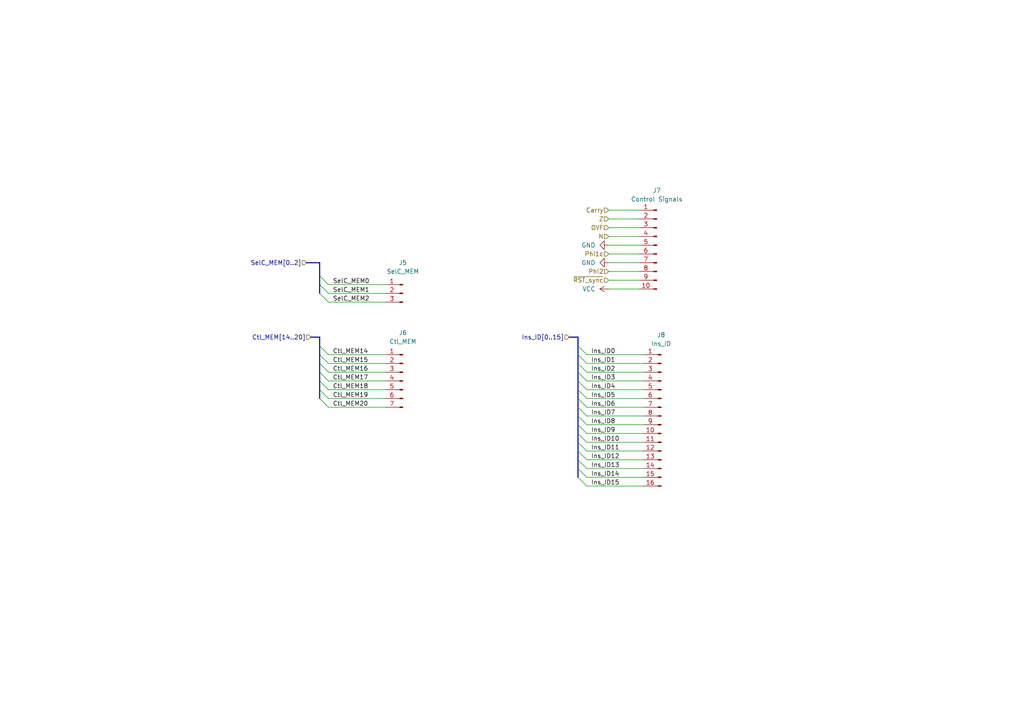
<source format=kicad_sch>
(kicad_sch (version 20230121) (generator eeschema)
  (paper "A4")
  (title_block (date "2023-04-07") (rev "A"))
  (lib_symbols
    (symbol "Connector:Conn_01x03_Pin" (pin_names (offset 1.016) hide)
      (property "Reference" "J" (at 0 5.08 0))
      (property "Value" "Conn_01x03_Pin" (at 0 -5.08 0))
      (symbol "Conn_01x03_Pin_1_1"
        (polyline (pts (xy 1.27 -2.54) (xy 0.8636 -2.54)) (stroke (width 0.1524)))
        (polyline (pts (xy 1.27 0) (xy 0.8636 0)) (stroke (width 0.1524)))
        (polyline (pts (xy 1.27 2.54) (xy 0.8636 2.54)) (stroke (width 0.1524)))
        (rectangle (start 0.8636 -2.413) (end 0 -2.667) (stroke (width 0.1524)) (fill (type outline)))
        (rectangle (start 0.8636 0.127) (end 0 -0.127) (stroke (width 0.1524)) (fill (type outline)))
        (rectangle (start 0.8636 2.667) (end 0 2.413) (stroke (width 0.1524)) (fill (type outline)))
        (pin passive line (at 5.08 2.54 180) (length 3.81) (name "Pin_1") (number "1"))
        (pin passive line (at 5.08 0 180) (length 3.81) (name "Pin_2") (number "2"))
        (pin passive line (at 5.08 -2.54 180) (length 3.81) (name "Pin_3") (number "3"))
      )
    )
    (symbol "Connector:Conn_01x07_Pin" (pin_names (offset 1.016) hide)
      (property "Reference" "J" (at 0 10.16 0))
      (property "Value" "Conn_01x07_Pin" (at 0 -10.16 0))
      (symbol "Conn_01x07_Pin_1_1"
        (polyline (pts (xy 1.27 -7.62) (xy 0.8636 -7.62)) (stroke (width 0.1524)))
        (polyline (pts (xy 1.27 -5.08) (xy 0.8636 -5.08)) (stroke (width 0.1524)))
        (polyline (pts (xy 1.27 -2.54) (xy 0.8636 -2.54)) (stroke (width 0.1524)))
        (polyline (pts (xy 1.27 0) (xy 0.8636 0)) (stroke (width 0.1524)))
        (polyline (pts (xy 1.27 2.54) (xy 0.8636 2.54)) (stroke (width 0.1524)))
        (polyline (pts (xy 1.27 5.08) (xy 0.8636 5.08)) (stroke (width 0.1524)))
        (polyline (pts (xy 1.27 7.62) (xy 0.8636 7.62)) (stroke (width 0.1524)))
        (rectangle (start 0.8636 -7.493) (end 0 -7.747) (stroke (width 0.1524)) (fill (type outline)))
        (rectangle (start 0.8636 -4.953) (end 0 -5.207) (stroke (width 0.1524)) (fill (type outline)))
        (rectangle (start 0.8636 -2.413) (end 0 -2.667) (stroke (width 0.1524)) (fill (type outline)))
        (rectangle (start 0.8636 0.127) (end 0 -0.127) (stroke (width 0.1524)) (fill (type outline)))
        (rectangle (start 0.8636 2.667) (end 0 2.413) (stroke (width 0.1524)) (fill (type outline)))
        (rectangle (start 0.8636 5.207) (end 0 4.953) (stroke (width 0.1524)) (fill (type outline)))
        (rectangle (start 0.8636 7.747) (end 0 7.493) (stroke (width 0.1524)) (fill (type outline)))
        (pin passive line (at 5.08 7.62 180) (length 3.81) (name "Pin_1") (number "1"))
        (pin passive line (at 5.08 5.08 180) (length 3.81) (name "Pin_2") (number "2"))
        (pin passive line (at 5.08 2.54 180) (length 3.81) (name "Pin_3") (number "3"))
        (pin passive line (at 5.08 0 180) (length 3.81) (name "Pin_4") (number "4"))
        (pin passive line (at 5.08 -2.54 180) (length 3.81) (name "Pin_5") (number "5"))
        (pin passive line (at 5.08 -5.08 180) (length 3.81) (name "Pin_6") (number "6"))
        (pin passive line (at 5.08 -7.62 180) (length 3.81) (name "Pin_7") (number "7"))
      )
    )
    (symbol "Connector:Conn_01x10_Pin" (pin_names (offset 1.016) hide)
      (property "Reference" "J" (at 0 12.7 0))
      (property "Value" "Conn_01x10_Pin" (at 0 -15.24 0))
      (symbol "Conn_01x10_Pin_1_1"
        (polyline (pts (xy 1.27 -12.7) (xy 0.8636 -12.7)) (stroke (width 0.1524)))
        (polyline (pts (xy 1.27 -10.16) (xy 0.8636 -10.16)) (stroke (width 0.1524)))
        (polyline (pts (xy 1.27 -7.62) (xy 0.8636 -7.62)) (stroke (width 0.1524)))
        (polyline (pts (xy 1.27 -5.08) (xy 0.8636 -5.08)) (stroke (width 0.1524)))
        (polyline (pts (xy 1.27 -2.54) (xy 0.8636 -2.54)) (stroke (width 0.1524)))
        (polyline (pts (xy 1.27 0) (xy 0.8636 0)) (stroke (width 0.1524)))
        (polyline (pts (xy 1.27 2.54) (xy 0.8636 2.54)) (stroke (width 0.1524)))
        (polyline (pts (xy 1.27 5.08) (xy 0.8636 5.08)) (stroke (width 0.1524)))
        (polyline (pts (xy 1.27 7.62) (xy 0.8636 7.62)) (stroke (width 0.1524)))
        (polyline (pts (xy 1.27 10.16) (xy 0.8636 10.16)) (stroke (width 0.1524)))
        (rectangle (start 0.8636 -12.573) (end 0 -12.827) (stroke (width 0.1524)) (fill (type outline)))
        (rectangle (start 0.8636 -10.033) (end 0 -10.287) (stroke (width 0.1524)) (fill (type outline)))
        (rectangle (start 0.8636 -7.493) (end 0 -7.747) (stroke (width 0.1524)) (fill (type outline)))
        (rectangle (start 0.8636 -4.953) (end 0 -5.207) (stroke (width 0.1524)) (fill (type outline)))
        (rectangle (start 0.8636 -2.413) (end 0 -2.667) (stroke (width 0.1524)) (fill (type outline)))
        (rectangle (start 0.8636 0.127) (end 0 -0.127) (stroke (width 0.1524)) (fill (type outline)))
        (rectangle (start 0.8636 2.667) (end 0 2.413) (stroke (width 0.1524)) (fill (type outline)))
        (rectangle (start 0.8636 5.207) (end 0 4.953) (stroke (width 0.1524)) (fill (type outline)))
        (rectangle (start 0.8636 7.747) (end 0 7.493) (stroke (width 0.1524)) (fill (type outline)))
        (rectangle (start 0.8636 10.287) (end 0 10.033) (stroke (width 0.1524)) (fill (type outline)))
        (pin passive line (at 5.08 10.16 180) (length 3.81) (name "Pin_1") (number "1"))
        (pin passive line (at 5.08 -12.7 180) (length 3.81) (name "Pin_10") (number "10"))
        (pin passive line (at 5.08 7.62 180) (length 3.81) (name "Pin_2") (number "2"))
        (pin passive line (at 5.08 5.08 180) (length 3.81) (name "Pin_3") (number "3"))
        (pin passive line (at 5.08 2.54 180) (length 3.81) (name "Pin_4") (number "4"))
        (pin passive line (at 5.08 0 180) (length 3.81) (name "Pin_5") (number "5"))
        (pin passive line (at 5.08 -2.54 180) (length 3.81) (name "Pin_6") (number "6"))
        (pin passive line (at 5.08 -5.08 180) (length 3.81) (name "Pin_7") (number "7"))
        (pin passive line (at 5.08 -7.62 180) (length 3.81) (name "Pin_8") (number "8"))
        (pin passive line (at 5.08 -10.16 180) (length 3.81) (name "Pin_9") (number "9"))
      )
    )
    (symbol "Connector:Conn_01x16_Pin" (pin_names (offset 1.016) hide)
      (property "Reference" "J" (at 0 20.32 0))
      (property "Value" "Conn_01x16_Pin" (at 0 -22.86 0))
      (symbol "Conn_01x16_Pin_1_1"
        (polyline (pts (xy 1.27 -20.32) (xy 0.8636 -20.32)) (stroke (width 0.1524)))
        (polyline (pts (xy 1.27 -17.78) (xy 0.8636 -17.78)) (stroke (width 0.1524)))
        (polyline (pts (xy 1.27 -15.24) (xy 0.8636 -15.24)) (stroke (width 0.1524)))
        (polyline (pts (xy 1.27 -12.7) (xy 0.8636 -12.7)) (stroke (width 0.1524)))
        (polyline (pts (xy 1.27 -10.16) (xy 0.8636 -10.16)) (stroke (width 0.1524)))
        (polyline (pts (xy 1.27 -7.62) (xy 0.8636 -7.62)) (stroke (width 0.1524)))
        (polyline (pts (xy 1.27 -5.08) (xy 0.8636 -5.08)) (stroke (width 0.1524)))
        (polyline (pts (xy 1.27 -2.54) (xy 0.8636 -2.54)) (stroke (width 0.1524)))
        (polyline (pts (xy 1.27 0) (xy 0.8636 0)) (stroke (width 0.1524)))
        (polyline (pts (xy 1.27 2.54) (xy 0.8636 2.54)) (stroke (width 0.1524)))
        (polyline (pts (xy 1.27 5.08) (xy 0.8636 5.08)) (stroke (width 0.1524)))
        (polyline (pts (xy 1.27 7.62) (xy 0.8636 7.62)) (stroke (width 0.1524)))
        (polyline (pts (xy 1.27 10.16) (xy 0.8636 10.16)) (stroke (width 0.1524)))
        (polyline (pts (xy 1.27 12.7) (xy 0.8636 12.7)) (stroke (width 0.1524)))
        (polyline (pts (xy 1.27 15.24) (xy 0.8636 15.24)) (stroke (width 0.1524)))
        (polyline (pts (xy 1.27 17.78) (xy 0.8636 17.78)) (stroke (width 0.1524)))
        (rectangle (start 0.8636 -20.193) (end 0 -20.447) (stroke (width 0.1524)) (fill (type outline)))
        (rectangle (start 0.8636 -17.653) (end 0 -17.907) (stroke (width 0.1524)) (fill (type outline)))
        (rectangle (start 0.8636 -15.113) (end 0 -15.367) (stroke (width 0.1524)) (fill (type outline)))
        (rectangle (start 0.8636 -12.573) (end 0 -12.827) (stroke (width 0.1524)) (fill (type outline)))
        (rectangle (start 0.8636 -10.033) (end 0 -10.287) (stroke (width 0.1524)) (fill (type outline)))
        (rectangle (start 0.8636 -7.493) (end 0 -7.747) (stroke (width 0.1524)) (fill (type outline)))
        (rectangle (start 0.8636 -4.953) (end 0 -5.207) (stroke (width 0.1524)) (fill (type outline)))
        (rectangle (start 0.8636 -2.413) (end 0 -2.667) (stroke (width 0.1524)) (fill (type outline)))
        (rectangle (start 0.8636 0.127) (end 0 -0.127) (stroke (width 0.1524)) (fill (type outline)))
        (rectangle (start 0.8636 2.667) (end 0 2.413) (stroke (width 0.1524)) (fill (type outline)))
        (rectangle (start 0.8636 5.207) (end 0 4.953) (stroke (width 0.1524)) (fill (type outline)))
        (rectangle (start 0.8636 7.747) (end 0 7.493) (stroke (width 0.1524)) (fill (type outline)))
        (rectangle (start 0.8636 10.287) (end 0 10.033) (stroke (width 0.1524)) (fill (type outline)))
        (rectangle (start 0.8636 12.827) (end 0 12.573) (stroke (width 0.1524)) (fill (type outline)))
        (rectangle (start 0.8636 15.367) (end 0 15.113) (stroke (width 0.1524)) (fill (type outline)))
        (rectangle (start 0.8636 17.907) (end 0 17.653) (stroke (width 0.1524)) (fill (type outline)))
        (pin passive line (at 5.08 17.78 180) (length 3.81) (name "Pin_1") (number "1"))
        (pin passive line (at 5.08 -5.08 180) (length 3.81) (name "Pin_10") (number "10"))
        (pin passive line (at 5.08 -7.62 180) (length 3.81) (name "Pin_11") (number "11"))
        (pin passive line (at 5.08 -10.16 180) (length 3.81) (name "Pin_12") (number "12"))
        (pin passive line (at 5.08 -12.7 180) (length 3.81) (name "Pin_13") (number "13"))
        (pin passive line (at 5.08 -15.24 180) (length 3.81) (name "Pin_14") (number "14"))
        (pin passive line (at 5.08 -17.78 180) (length 3.81) (name "Pin_15") (number "15"))
        (pin passive line (at 5.08 -20.32 180) (length 3.81) (name "Pin_16") (number "16"))
        (pin passive line (at 5.08 15.24 180) (length 3.81) (name "Pin_2") (number "2"))
        (pin passive line (at 5.08 12.7 180) (length 3.81) (name "Pin_3") (number "3"))
        (pin passive line (at 5.08 10.16 180) (length 3.81) (name "Pin_4") (number "4"))
        (pin passive line (at 5.08 7.62 180) (length 3.81) (name "Pin_5") (number "5"))
        (pin passive line (at 5.08 5.08 180) (length 3.81) (name "Pin_6") (number "6"))
        (pin passive line (at 5.08 2.54 180) (length 3.81) (name "Pin_7") (number "7"))
        (pin passive line (at 5.08 0 180) (length 3.81) (name "Pin_8") (number "8"))
        (pin passive line (at 5.08 -2.54 180) (length 3.81) (name "Pin_9") (number "9"))
      )
    )
    (symbol "power:GND" (power) (pin_names (offset 0))
      (property "Value" "GND" (at 0 -3.81 0))
      (symbol "GND_0_1"
        (polyline (pts (xy 0 0) (xy 0 -1.27) (xy 1.27 -1.27) (xy 0 -2.54) (xy -1.27 -1.27) (xy 0 -1.27)))
      )
      (symbol "GND_1_1"
        (pin power_in line (at 0 0 270) (length 0) hide (name "GND") (number "1"))
      )
    )
    (symbol "power:VCC" (power) (pin_names (offset 0))
      (property "Value" "VCC" (at 0 3.81 0))
      (symbol "VCC_0_1"
        (polyline (pts (xy -0.762 1.27) (xy 0 2.54)))
        (polyline (pts (xy 0 0) (xy 0 2.54)))
        (polyline (pts (xy 0 2.54) (xy 0.762 1.27)))
      )
      (symbol "VCC_1_1"
        (pin power_in line (at 0 0 90) (length 0) hide (name "VCC") (number "1"))
      )
    )
  )
  (bus_entry (at 92.71 113.03) (size 2.54 2.54))
  (bus_entry (at 167.64 110.49) (size 2.54 2.54))
  (bus_entry (at 167.64 115.57) (size 2.54 2.54))
  (bus_entry (at 92.71 102.87) (size 2.54 2.54))
  (bus_entry (at 167.64 100.33) (size 2.54 2.54))
  (bus_entry (at 167.64 120.65) (size 2.54 2.54))
  (bus_entry (at 167.64 107.95) (size 2.54 2.54))
  (bus_entry (at 167.64 138.43) (size 2.54 2.54))
  (bus_entry (at 92.71 115.57) (size 2.54 2.54))
  (bus_entry (at 92.71 100.33) (size 2.54 2.54))
  (bus_entry (at 167.64 102.87) (size 2.54 2.54))
  (bus_entry (at 167.64 105.41) (size 2.54 2.54))
  (bus_entry (at 167.64 123.19) (size 2.54 2.54))
  (bus_entry (at 167.64 130.81) (size 2.54 2.54))
  (bus_entry (at 92.71 107.95) (size 2.54 2.54))
  (bus_entry (at 167.64 135.89) (size 2.54 2.54))
  (bus_entry (at 167.64 113.03) (size 2.54 2.54))
  (bus_entry (at 167.64 118.11) (size 2.54 2.54))
  (bus_entry (at 92.71 85.09) (size 2.54 2.54))
  (bus_entry (at 167.64 125.73) (size 2.54 2.54))
  (bus_entry (at 92.71 82.55) (size 2.54 2.54))
  (bus_entry (at 92.71 105.41) (size 2.54 2.54))
  (bus_entry (at 167.64 133.35) (size 2.54 2.54))
  (bus_entry (at 167.64 128.27) (size 2.54 2.54))
  (bus_entry (at 92.71 80.01) (size 2.54 2.54))
  (bus_entry (at 92.71 110.49) (size 2.54 2.54))
  (bus (pts (xy 90.17 97.79) (xy 92.71 97.79)))
  (wire (pts (xy 95.25 110.49) (xy 111.76 110.49)))
  (bus (pts (xy 167.64 115.57) (xy 167.64 118.11)))
  (wire (pts (xy 185.42 81.28) (xy 176.53 81.28)))
  (wire (pts (xy 95.25 115.57) (xy 111.76 115.57)))
  (wire (pts (xy 185.42 83.82) (xy 176.53 83.82)))
  (wire (pts (xy 95.25 85.09) (xy 111.76 85.09)))
  (bus (pts (xy 167.64 97.79) (xy 167.64 100.33)))
  (wire (pts (xy 170.18 115.57) (xy 186.69 115.57)))
  (wire (pts (xy 185.42 60.96) (xy 176.53 60.96)))
  (bus (pts (xy 165.1 97.79) (xy 167.64 97.79)))
  (bus (pts (xy 92.71 85.09) (xy 92.71 82.55)))
  (wire (pts (xy 170.18 105.41) (xy 186.69 105.41)))
  (bus (pts (xy 167.64 133.35) (xy 167.64 135.89)))
  (wire (pts (xy 185.42 68.58) (xy 176.53 68.58)))
  (bus (pts (xy 92.71 110.49) (xy 92.71 113.03)))
  (bus (pts (xy 167.64 113.03) (xy 167.64 115.57)))
  (wire (pts (xy 170.18 128.27) (xy 186.69 128.27)))
  (bus (pts (xy 92.71 76.2) (xy 88.9 76.2)))
  (wire (pts (xy 95.25 82.55) (xy 111.76 82.55)))
  (wire (pts (xy 95.25 118.11) (xy 111.76 118.11)))
  (wire (pts (xy 185.42 66.04) (xy 176.53 66.04)))
  (bus (pts (xy 167.64 128.27) (xy 167.64 130.81)))
  (wire (pts (xy 170.18 118.11) (xy 186.69 118.11)))
  (bus (pts (xy 167.64 110.49) (xy 167.64 113.03)))
  (wire (pts (xy 170.18 120.65) (xy 186.69 120.65)))
  (bus (pts (xy 167.64 107.95) (xy 167.64 110.49)))
  (bus (pts (xy 92.71 80.01) (xy 92.71 76.2)))
  (bus (pts (xy 92.71 100.33) (xy 92.71 102.87)))
  (wire (pts (xy 95.25 102.87) (xy 111.76 102.87)))
  (wire (pts (xy 170.18 138.43) (xy 186.69 138.43)))
  (bus (pts (xy 92.71 113.03) (xy 92.71 115.57)))
  (bus (pts (xy 167.64 100.33) (xy 167.64 102.87)))
  (wire (pts (xy 95.25 113.03) (xy 111.76 113.03)))
  (bus (pts (xy 167.64 105.41) (xy 167.64 107.95)))
  (wire (pts (xy 185.42 73.66) (xy 176.53 73.66)))
  (wire (pts (xy 170.18 123.19) (xy 186.69 123.19)))
  (wire (pts (xy 185.42 78.74) (xy 176.53 78.74)))
  (wire (pts (xy 170.18 113.03) (xy 186.69 113.03)))
  (wire (pts (xy 170.18 133.35) (xy 186.69 133.35)))
  (wire (pts (xy 185.42 76.2) (xy 176.53 76.2)))
  (bus (pts (xy 167.64 130.81) (xy 167.64 133.35)))
  (wire (pts (xy 170.18 102.87) (xy 186.69 102.87)))
  (bus (pts (xy 92.71 97.79) (xy 92.71 100.33)))
  (bus (pts (xy 167.64 125.73) (xy 167.64 128.27)))
  (bus (pts (xy 92.71 107.95) (xy 92.71 110.49)))
  (wire (pts (xy 95.25 107.95) (xy 111.76 107.95)))
  (bus (pts (xy 167.64 135.89) (xy 167.64 138.43)))
  (bus (pts (xy 167.64 102.87) (xy 167.64 105.41)))
  (wire (pts (xy 170.18 110.49) (xy 186.69 110.49)))
  (bus (pts (xy 92.71 105.41) (xy 92.71 107.95)))
  (bus (pts (xy 92.71 102.87) (xy 92.71 105.41)))
  (wire (pts (xy 170.18 130.81) (xy 186.69 130.81)))
  (wire (pts (xy 185.42 71.12) (xy 176.53 71.12)))
  (bus (pts (xy 167.64 123.19) (xy 167.64 125.73)))
  (wire (pts (xy 170.18 125.73) (xy 186.69 125.73)))
  (wire (pts (xy 95.25 105.41) (xy 111.76 105.41)))
  (wire (pts (xy 95.25 87.63) (xy 111.76 87.63)))
  (wire (pts (xy 185.42 63.5) (xy 176.53 63.5)))
  (bus (pts (xy 167.64 118.11) (xy 167.64 120.65)))
  (bus (pts (xy 92.71 82.55) (xy 92.71 80.01)))
  (bus (pts (xy 167.64 120.65) (xy 167.64 123.19)))
  (wire (pts (xy 170.18 107.95) (xy 186.69 107.95)))
  (wire (pts (xy 170.18 135.89) (xy 186.69 135.89)))
  (wire (pts (xy 170.18 140.97) (xy 186.69 140.97)))
  (label "SelC_MEM1" (at 96.52 85.09 0))
  (label "Ins_ID0" (at 171.45 102.87 0))
  (label "Ins_ID10" (at 171.45 128.27 0))
  (label "Ins_ID6" (at 171.45 118.11 0))
  (label "Ins_ID5" (at 171.45 115.57 0))
  (label "SelC_MEM0" (at 96.52 82.55 0))
  (label "Ins_ID14" (at 171.45 138.43 0))
  (label "Ctl_MEM17" (at 96.52 110.49 0))
  (label "Ins_ID15" (at 171.45 140.97 0))
  (label "Ins_ID13" (at 171.45 135.89 0))
  (label "Ins_ID12" (at 171.45 133.35 0))
  (label "Ins_ID3" (at 171.45 110.49 0))
  (label "Ins_ID7" (at 171.45 120.65 0))
  (label "Ctl_MEM18" (at 96.52 113.03 0))
  (label "Ins_ID2" (at 171.45 107.95 0))
  (label "Ctl_MEM15" (at 96.52 105.41 0))
  (label "Ins_ID9" (at 171.45 125.73 0))
  (label "Ctl_MEM19" (at 96.52 115.57 0))
  (label "Ctl_MEM20" (at 96.52 118.11 0))
  (label "Ins_ID1" (at 171.45 105.41 0))
  (label "Ins_ID11" (at 171.45 130.81 0))
  (label "SelC_MEM2" (at 96.52 87.63 0))
  (label "Ins_ID4" (at 171.45 113.03 0))
  (label "Ctl_MEM16" (at 96.52 107.95 0))
  (label "Ctl_MEM14" (at 96.52 102.87 0))
  (label "Ins_ID8" (at 171.45 123.19 0))
  (hierarchical_label "OVF" (shape input) (at 176.53 66.04 180))
  (hierarchical_label "Z" (shape input) (at 176.53 63.5 180))
  (hierarchical_label "Ctl_MEM[14..20]" (shape input) (at 90.17 97.79 180))
  (hierarchical_label "Phi2" (shape input) (at 176.53 78.74 180))
  (hierarchical_label "SelC_MEM[0..2]" (shape input) (at 88.9 76.2 180))
  (hierarchical_label "N" (shape input) (at 176.53 68.58 180))
  (hierarchical_label "~{RST_sync}" (shape input) (at 176.53 81.28 180))
  (hierarchical_label "Ins_ID[0..15]" (shape input) (at 165.1 97.79 180))
  (hierarchical_label "Phi1c" (shape input) (at 176.53 73.66 180))
  (hierarchical_label "Carry" (shape input) (at 176.53 60.96 180))
  (symbol (lib_id "power:GND") (at 176.53 71.12 270) (mirror x) (unit 1)
    (property "Reference" "#PWR068" (effects hide))
    (property "Value" "GND" (at 172.72 71.1199 90) (effects (justify right)))
  )
  (symbol (lib_id "Connector:Conn_01x10_Pin") (at 190.5 71.12 0) (mirror y) (unit 1)
    (property "Reference" "J7" (at 190.5 55.245 0))
    (property "Value" "Control Signals" (at 190.5 57.785 0))
    (property "Footprint" "Connector_PinHeader_2.54mm:PinHeader_1x10_P2.54mm_Vertical" (effects hide))
  )
  (symbol (lib_id "Connector:Conn_01x03_Pin") (at 116.84 85.09 0) (mirror y) (unit 1)
    (property "Reference" "J5" (at 116.84 76.2 0))
    (property "Value" "SelC_MEM" (at 116.84 78.74 0))
    (property "Footprint" "Connector_PinHeader_2.54mm:PinHeader_1x03_P2.54mm_Vertical" (effects hide))
  )
  (symbol (lib_id "power:VCC") (at 176.53 83.82 90) (mirror x) (unit 1)
    (property "Reference" "#PWR070" (effects hide))
    (property "Value" "VCC" (at 172.72 83.8199 90) (effects (justify left)))
  )
  (symbol (lib_id "Connector:Conn_01x07_Pin") (at 116.84 110.49 0) (mirror y) (unit 1)
    (property "Reference" "J6" (at 116.84 96.52 0))
    (property "Value" "Ctl_MEM" (at 116.84 99.06 0))
    (property "Footprint" "Connector_PinHeader_2.54mm:PinHeader_1x07_P2.54mm_Vertical" (effects hide))
  )
  (symbol (lib_id "Connector:Conn_01x16_Pin") (at 191.77 120.65 0) (mirror y) (unit 1)
    (property "Reference" "J8" (at 191.77 97.155 0))
    (property "Value" "Ins_ID" (at 191.77 99.695 0))
    (property "Footprint" "Connector_PinHeader_2.54mm:PinHeader_1x16_P2.54mm_Vertical" (effects hide))
  )
  (symbol (lib_id "power:GND") (at 176.53 76.2 270) (mirror x) (unit 1)
    (property "Reference" "#PWR069" (effects hide))
    (property "Value" "GND" (at 172.72 76.1999 90) (effects (justify right)))
  )
)
</source>
